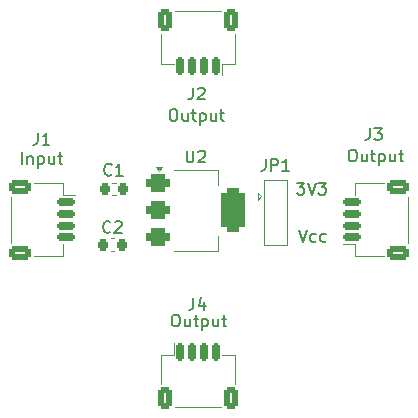
<source format=gto>
G04 #@! TF.GenerationSoftware,KiCad,Pcbnew,9.0.3*
G04 #@! TF.CreationDate,2025-08-26T18:54:33-07:00*
G04 #@! TF.ProjectId,i2c_breakout,6932635f-6272-4656-916b-6f75742e6b69,v1.0.0*
G04 #@! TF.SameCoordinates,Original*
G04 #@! TF.FileFunction,Legend,Top*
G04 #@! TF.FilePolarity,Positive*
%FSLAX45Y45*%
G04 Gerber Fmt 4.5, Leading zero omitted, Abs format (unit mm)*
G04 Created by KiCad (PCBNEW 9.0.3) date 2025-08-26 18:54:33*
%MOMM*%
%LPD*%
G01*
G04 APERTURE LIST*
G04 Aperture macros list*
%AMRoundRect*
0 Rectangle with rounded corners*
0 $1 Rounding radius*
0 $2 $3 $4 $5 $6 $7 $8 $9 X,Y pos of 4 corners*
0 Add a 4 corners polygon primitive as box body*
4,1,4,$2,$3,$4,$5,$6,$7,$8,$9,$2,$3,0*
0 Add four circle primitives for the rounded corners*
1,1,$1+$1,$2,$3*
1,1,$1+$1,$4,$5*
1,1,$1+$1,$6,$7*
1,1,$1+$1,$8,$9*
0 Add four rect primitives between the rounded corners*
20,1,$1+$1,$2,$3,$4,$5,0*
20,1,$1+$1,$4,$5,$6,$7,0*
20,1,$1+$1,$6,$7,$8,$9,0*
20,1,$1+$1,$8,$9,$2,$3,0*%
%AMFreePoly0*
4,1,6,1.000000,0.000000,0.500000,-0.750000,-0.500000,-0.750000,-0.500000,0.750000,0.500000,0.750000,1.000000,0.000000,1.000000,0.000000,$1*%
G04 Aperture macros list end*
%ADD10C,0.150000*%
%ADD11C,0.120000*%
%ADD12C,5.700000*%
%ADD13RoundRect,0.150000X0.150000X0.625000X-0.150000X0.625000X-0.150000X-0.625000X0.150000X-0.625000X0*%
%ADD14RoundRect,0.250000X0.350000X0.650000X-0.350000X0.650000X-0.350000X-0.650000X0.350000X-0.650000X0*%
%ADD15RoundRect,0.375000X-0.625000X-0.375000X0.625000X-0.375000X0.625000X0.375000X-0.625000X0.375000X0*%
%ADD16RoundRect,0.500000X-0.500000X-1.400000X0.500000X-1.400000X0.500000X1.400000X-0.500000X1.400000X0*%
%ADD17RoundRect,0.225000X-0.225000X-0.250000X0.225000X-0.250000X0.225000X0.250000X-0.225000X0.250000X0*%
%ADD18RoundRect,0.150000X-0.625000X0.150000X-0.625000X-0.150000X0.625000X-0.150000X0.625000X0.150000X0*%
%ADD19RoundRect,0.250000X-0.650000X0.350000X-0.650000X-0.350000X0.650000X-0.350000X0.650000X0.350000X0*%
%ADD20RoundRect,0.150000X0.625000X-0.150000X0.625000X0.150000X-0.625000X0.150000X-0.625000X-0.150000X0*%
%ADD21RoundRect,0.250000X0.650000X-0.350000X0.650000X0.350000X-0.650000X0.350000X-0.650000X-0.350000X0*%
%ADD22RoundRect,0.150000X-0.150000X-0.625000X0.150000X-0.625000X0.150000X0.625000X-0.150000X0.625000X0*%
%ADD23RoundRect,0.250000X-0.350000X-0.650000X0.350000X-0.650000X0.350000X0.650000X-0.350000X0.650000X0*%
%ADD24RoundRect,0.225000X0.225000X0.250000X-0.225000X0.250000X-0.225000X-0.250000X0.225000X-0.250000X0*%
%ADD25FreePoly0,270.000000*%
%ADD26FreePoly0,90.000000*%
G04 APERTURE END LIST*
D10*
X12458678Y-6160732D02*
X12458678Y-6060732D01*
X12506297Y-6094065D02*
X12506297Y-6160732D01*
X12506297Y-6103589D02*
X12511059Y-6098827D01*
X12511059Y-6098827D02*
X12520583Y-6094065D01*
X12520583Y-6094065D02*
X12534868Y-6094065D01*
X12534868Y-6094065D02*
X12544392Y-6098827D01*
X12544392Y-6098827D02*
X12549154Y-6108351D01*
X12549154Y-6108351D02*
X12549154Y-6160732D01*
X12596773Y-6094065D02*
X12596773Y-6194065D01*
X12596773Y-6098827D02*
X12606297Y-6094065D01*
X12606297Y-6094065D02*
X12625344Y-6094065D01*
X12625344Y-6094065D02*
X12634868Y-6098827D01*
X12634868Y-6098827D02*
X12639630Y-6103589D01*
X12639630Y-6103589D02*
X12644392Y-6113113D01*
X12644392Y-6113113D02*
X12644392Y-6141684D01*
X12644392Y-6141684D02*
X12639630Y-6151208D01*
X12639630Y-6151208D02*
X12634868Y-6155970D01*
X12634868Y-6155970D02*
X12625344Y-6160732D01*
X12625344Y-6160732D02*
X12606297Y-6160732D01*
X12606297Y-6160732D02*
X12596773Y-6155970D01*
X12730106Y-6094065D02*
X12730106Y-6160732D01*
X12687249Y-6094065D02*
X12687249Y-6146446D01*
X12687249Y-6146446D02*
X12692011Y-6155970D01*
X12692011Y-6155970D02*
X12701535Y-6160732D01*
X12701535Y-6160732D02*
X12715821Y-6160732D01*
X12715821Y-6160732D02*
X12725344Y-6155970D01*
X12725344Y-6155970D02*
X12730106Y-6151208D01*
X12763440Y-6094065D02*
X12801535Y-6094065D01*
X12777725Y-6060732D02*
X12777725Y-6146446D01*
X12777725Y-6146446D02*
X12782487Y-6155970D01*
X12782487Y-6155970D02*
X12792011Y-6160732D01*
X12792011Y-6160732D02*
X12801535Y-6160732D01*
X14789154Y-6320732D02*
X14851059Y-6320732D01*
X14851059Y-6320732D02*
X14817725Y-6358827D01*
X14817725Y-6358827D02*
X14832011Y-6358827D01*
X14832011Y-6358827D02*
X14841535Y-6363589D01*
X14841535Y-6363589D02*
X14846297Y-6368351D01*
X14846297Y-6368351D02*
X14851059Y-6377875D01*
X14851059Y-6377875D02*
X14851059Y-6401684D01*
X14851059Y-6401684D02*
X14846297Y-6411208D01*
X14846297Y-6411208D02*
X14841535Y-6415970D01*
X14841535Y-6415970D02*
X14832011Y-6420732D01*
X14832011Y-6420732D02*
X14803440Y-6420732D01*
X14803440Y-6420732D02*
X14793916Y-6415970D01*
X14793916Y-6415970D02*
X14789154Y-6411208D01*
X14879630Y-6320732D02*
X14912964Y-6420732D01*
X14912964Y-6420732D02*
X14946297Y-6320732D01*
X14970106Y-6320732D02*
X15032011Y-6320732D01*
X15032011Y-6320732D02*
X14998678Y-6358827D01*
X14998678Y-6358827D02*
X15012964Y-6358827D01*
X15012964Y-6358827D02*
X15022487Y-6363589D01*
X15022487Y-6363589D02*
X15027249Y-6368351D01*
X15027249Y-6368351D02*
X15032011Y-6377875D01*
X15032011Y-6377875D02*
X15032011Y-6401684D01*
X15032011Y-6401684D02*
X15027249Y-6411208D01*
X15027249Y-6411208D02*
X15022487Y-6415970D01*
X15022487Y-6415970D02*
X15012964Y-6420732D01*
X15012964Y-6420732D02*
X14984392Y-6420732D01*
X14984392Y-6420732D02*
X14974868Y-6415970D01*
X14974868Y-6415970D02*
X14970106Y-6411208D01*
X13752725Y-7436982D02*
X13771773Y-7436982D01*
X13771773Y-7436982D02*
X13781297Y-7441744D01*
X13781297Y-7441744D02*
X13790821Y-7451268D01*
X13790821Y-7451268D02*
X13795583Y-7470315D01*
X13795583Y-7470315D02*
X13795583Y-7503648D01*
X13795583Y-7503648D02*
X13790821Y-7522696D01*
X13790821Y-7522696D02*
X13781297Y-7532220D01*
X13781297Y-7532220D02*
X13771773Y-7536982D01*
X13771773Y-7536982D02*
X13752725Y-7536982D01*
X13752725Y-7536982D02*
X13743202Y-7532220D01*
X13743202Y-7532220D02*
X13733678Y-7522696D01*
X13733678Y-7522696D02*
X13728916Y-7503648D01*
X13728916Y-7503648D02*
X13728916Y-7470315D01*
X13728916Y-7470315D02*
X13733678Y-7451268D01*
X13733678Y-7451268D02*
X13743202Y-7441744D01*
X13743202Y-7441744D02*
X13752725Y-7436982D01*
X13881297Y-7470315D02*
X13881297Y-7536982D01*
X13838440Y-7470315D02*
X13838440Y-7522696D01*
X13838440Y-7522696D02*
X13843202Y-7532220D01*
X13843202Y-7532220D02*
X13852725Y-7536982D01*
X13852725Y-7536982D02*
X13867011Y-7536982D01*
X13867011Y-7536982D02*
X13876535Y-7532220D01*
X13876535Y-7532220D02*
X13881297Y-7527458D01*
X13914630Y-7470315D02*
X13952725Y-7470315D01*
X13928916Y-7436982D02*
X13928916Y-7522696D01*
X13928916Y-7522696D02*
X13933678Y-7532220D01*
X13933678Y-7532220D02*
X13943202Y-7536982D01*
X13943202Y-7536982D02*
X13952725Y-7536982D01*
X13986059Y-7470315D02*
X13986059Y-7570315D01*
X13986059Y-7475077D02*
X13995583Y-7470315D01*
X13995583Y-7470315D02*
X14014630Y-7470315D01*
X14014630Y-7470315D02*
X14024154Y-7475077D01*
X14024154Y-7475077D02*
X14028916Y-7479839D01*
X14028916Y-7479839D02*
X14033678Y-7489363D01*
X14033678Y-7489363D02*
X14033678Y-7517934D01*
X14033678Y-7517934D02*
X14028916Y-7527458D01*
X14028916Y-7527458D02*
X14024154Y-7532220D01*
X14024154Y-7532220D02*
X14014630Y-7536982D01*
X14014630Y-7536982D02*
X13995583Y-7536982D01*
X13995583Y-7536982D02*
X13986059Y-7532220D01*
X14119392Y-7470315D02*
X14119392Y-7536982D01*
X14076535Y-7470315D02*
X14076535Y-7522696D01*
X14076535Y-7522696D02*
X14081297Y-7532220D01*
X14081297Y-7532220D02*
X14090821Y-7536982D01*
X14090821Y-7536982D02*
X14105106Y-7536982D01*
X14105106Y-7536982D02*
X14114630Y-7532220D01*
X14114630Y-7532220D02*
X14119392Y-7527458D01*
X14152726Y-7470315D02*
X14190821Y-7470315D01*
X14167011Y-7436982D02*
X14167011Y-7522696D01*
X14167011Y-7522696D02*
X14171773Y-7532220D01*
X14171773Y-7532220D02*
X14181297Y-7536982D01*
X14181297Y-7536982D02*
X14190821Y-7536982D01*
X15250225Y-6040732D02*
X15269273Y-6040732D01*
X15269273Y-6040732D02*
X15278797Y-6045494D01*
X15278797Y-6045494D02*
X15288321Y-6055018D01*
X15288321Y-6055018D02*
X15293083Y-6074065D01*
X15293083Y-6074065D02*
X15293083Y-6107398D01*
X15293083Y-6107398D02*
X15288321Y-6126446D01*
X15288321Y-6126446D02*
X15278797Y-6135970D01*
X15278797Y-6135970D02*
X15269273Y-6140732D01*
X15269273Y-6140732D02*
X15250225Y-6140732D01*
X15250225Y-6140732D02*
X15240702Y-6135970D01*
X15240702Y-6135970D02*
X15231178Y-6126446D01*
X15231178Y-6126446D02*
X15226416Y-6107398D01*
X15226416Y-6107398D02*
X15226416Y-6074065D01*
X15226416Y-6074065D02*
X15231178Y-6055018D01*
X15231178Y-6055018D02*
X15240702Y-6045494D01*
X15240702Y-6045494D02*
X15250225Y-6040732D01*
X15378797Y-6074065D02*
X15378797Y-6140732D01*
X15335940Y-6074065D02*
X15335940Y-6126446D01*
X15335940Y-6126446D02*
X15340702Y-6135970D01*
X15340702Y-6135970D02*
X15350225Y-6140732D01*
X15350225Y-6140732D02*
X15364511Y-6140732D01*
X15364511Y-6140732D02*
X15374035Y-6135970D01*
X15374035Y-6135970D02*
X15378797Y-6131208D01*
X15412130Y-6074065D02*
X15450225Y-6074065D01*
X15426416Y-6040732D02*
X15426416Y-6126446D01*
X15426416Y-6126446D02*
X15431178Y-6135970D01*
X15431178Y-6135970D02*
X15440702Y-6140732D01*
X15440702Y-6140732D02*
X15450225Y-6140732D01*
X15483559Y-6074065D02*
X15483559Y-6174065D01*
X15483559Y-6078827D02*
X15493083Y-6074065D01*
X15493083Y-6074065D02*
X15512130Y-6074065D01*
X15512130Y-6074065D02*
X15521654Y-6078827D01*
X15521654Y-6078827D02*
X15526416Y-6083589D01*
X15526416Y-6083589D02*
X15531178Y-6093113D01*
X15531178Y-6093113D02*
X15531178Y-6121684D01*
X15531178Y-6121684D02*
X15526416Y-6131208D01*
X15526416Y-6131208D02*
X15521654Y-6135970D01*
X15521654Y-6135970D02*
X15512130Y-6140732D01*
X15512130Y-6140732D02*
X15493083Y-6140732D01*
X15493083Y-6140732D02*
X15483559Y-6135970D01*
X15616892Y-6074065D02*
X15616892Y-6140732D01*
X15574035Y-6074065D02*
X15574035Y-6126446D01*
X15574035Y-6126446D02*
X15578797Y-6135970D01*
X15578797Y-6135970D02*
X15588321Y-6140732D01*
X15588321Y-6140732D02*
X15602606Y-6140732D01*
X15602606Y-6140732D02*
X15612130Y-6135970D01*
X15612130Y-6135970D02*
X15616892Y-6131208D01*
X15650226Y-6074065D02*
X15688321Y-6074065D01*
X15664511Y-6040732D02*
X15664511Y-6126446D01*
X15664511Y-6126446D02*
X15669273Y-6135970D01*
X15669273Y-6135970D02*
X15678797Y-6140732D01*
X15678797Y-6140732D02*
X15688321Y-6140732D01*
X14804392Y-6720732D02*
X14837725Y-6820732D01*
X14837725Y-6820732D02*
X14871059Y-6720732D01*
X14947249Y-6815970D02*
X14937725Y-6820732D01*
X14937725Y-6820732D02*
X14918678Y-6820732D01*
X14918678Y-6820732D02*
X14909154Y-6815970D01*
X14909154Y-6815970D02*
X14904392Y-6811208D01*
X14904392Y-6811208D02*
X14899630Y-6801684D01*
X14899630Y-6801684D02*
X14899630Y-6773113D01*
X14899630Y-6773113D02*
X14904392Y-6763589D01*
X14904392Y-6763589D02*
X14909154Y-6758827D01*
X14909154Y-6758827D02*
X14918678Y-6754065D01*
X14918678Y-6754065D02*
X14937725Y-6754065D01*
X14937725Y-6754065D02*
X14947249Y-6758827D01*
X15032964Y-6815970D02*
X15023440Y-6820732D01*
X15023440Y-6820732D02*
X15004392Y-6820732D01*
X15004392Y-6820732D02*
X14994868Y-6815970D01*
X14994868Y-6815970D02*
X14990106Y-6811208D01*
X14990106Y-6811208D02*
X14985345Y-6801684D01*
X14985345Y-6801684D02*
X14985345Y-6773113D01*
X14985345Y-6773113D02*
X14990106Y-6763589D01*
X14990106Y-6763589D02*
X14994868Y-6758827D01*
X14994868Y-6758827D02*
X15004392Y-6754065D01*
X15004392Y-6754065D02*
X15023440Y-6754065D01*
X15023440Y-6754065D02*
X15032964Y-6758827D01*
X13732725Y-5696982D02*
X13751773Y-5696982D01*
X13751773Y-5696982D02*
X13761297Y-5701744D01*
X13761297Y-5701744D02*
X13770821Y-5711268D01*
X13770821Y-5711268D02*
X13775583Y-5730315D01*
X13775583Y-5730315D02*
X13775583Y-5763648D01*
X13775583Y-5763648D02*
X13770821Y-5782696D01*
X13770821Y-5782696D02*
X13761297Y-5792220D01*
X13761297Y-5792220D02*
X13751773Y-5796982D01*
X13751773Y-5796982D02*
X13732725Y-5796982D01*
X13732725Y-5796982D02*
X13723202Y-5792220D01*
X13723202Y-5792220D02*
X13713678Y-5782696D01*
X13713678Y-5782696D02*
X13708916Y-5763648D01*
X13708916Y-5763648D02*
X13708916Y-5730315D01*
X13708916Y-5730315D02*
X13713678Y-5711268D01*
X13713678Y-5711268D02*
X13723202Y-5701744D01*
X13723202Y-5701744D02*
X13732725Y-5696982D01*
X13861297Y-5730315D02*
X13861297Y-5796982D01*
X13818440Y-5730315D02*
X13818440Y-5782696D01*
X13818440Y-5782696D02*
X13823202Y-5792220D01*
X13823202Y-5792220D02*
X13832725Y-5796982D01*
X13832725Y-5796982D02*
X13847011Y-5796982D01*
X13847011Y-5796982D02*
X13856535Y-5792220D01*
X13856535Y-5792220D02*
X13861297Y-5787458D01*
X13894630Y-5730315D02*
X13932725Y-5730315D01*
X13908916Y-5696982D02*
X13908916Y-5782696D01*
X13908916Y-5782696D02*
X13913678Y-5792220D01*
X13913678Y-5792220D02*
X13923202Y-5796982D01*
X13923202Y-5796982D02*
X13932725Y-5796982D01*
X13966059Y-5730315D02*
X13966059Y-5830315D01*
X13966059Y-5735077D02*
X13975583Y-5730315D01*
X13975583Y-5730315D02*
X13994630Y-5730315D01*
X13994630Y-5730315D02*
X14004154Y-5735077D01*
X14004154Y-5735077D02*
X14008916Y-5739839D01*
X14008916Y-5739839D02*
X14013678Y-5749363D01*
X14013678Y-5749363D02*
X14013678Y-5777934D01*
X14013678Y-5777934D02*
X14008916Y-5787458D01*
X14008916Y-5787458D02*
X14004154Y-5792220D01*
X14004154Y-5792220D02*
X13994630Y-5796982D01*
X13994630Y-5796982D02*
X13975583Y-5796982D01*
X13975583Y-5796982D02*
X13966059Y-5792220D01*
X14099392Y-5730315D02*
X14099392Y-5796982D01*
X14056535Y-5730315D02*
X14056535Y-5782696D01*
X14056535Y-5782696D02*
X14061297Y-5792220D01*
X14061297Y-5792220D02*
X14070821Y-5796982D01*
X14070821Y-5796982D02*
X14085106Y-5796982D01*
X14085106Y-5796982D02*
X14094630Y-5792220D01*
X14094630Y-5792220D02*
X14099392Y-5787458D01*
X14132726Y-5730315D02*
X14170821Y-5730315D01*
X14147011Y-5696982D02*
X14147011Y-5782696D01*
X14147011Y-5782696D02*
X14151773Y-5792220D01*
X14151773Y-5792220D02*
X14161297Y-5796982D01*
X14161297Y-5796982D02*
X14170821Y-5796982D01*
X13906667Y-5515482D02*
X13906667Y-5586910D01*
X13906667Y-5586910D02*
X13901905Y-5601196D01*
X13901905Y-5601196D02*
X13892381Y-5610720D01*
X13892381Y-5610720D02*
X13878095Y-5615482D01*
X13878095Y-5615482D02*
X13868571Y-5615482D01*
X13949524Y-5525006D02*
X13954286Y-5520244D01*
X13954286Y-5520244D02*
X13963809Y-5515482D01*
X13963809Y-5515482D02*
X13987619Y-5515482D01*
X13987619Y-5515482D02*
X13997143Y-5520244D01*
X13997143Y-5520244D02*
X14001905Y-5525006D01*
X14001905Y-5525006D02*
X14006667Y-5534530D01*
X14006667Y-5534530D02*
X14006667Y-5544053D01*
X14006667Y-5544053D02*
X14001905Y-5558339D01*
X14001905Y-5558339D02*
X13944762Y-5615482D01*
X13944762Y-5615482D02*
X14006667Y-5615482D01*
X13853809Y-6049232D02*
X13853809Y-6130184D01*
X13853809Y-6130184D02*
X13858571Y-6139708D01*
X13858571Y-6139708D02*
X13863333Y-6144470D01*
X13863333Y-6144470D02*
X13872857Y-6149232D01*
X13872857Y-6149232D02*
X13891905Y-6149232D01*
X13891905Y-6149232D02*
X13901428Y-6144470D01*
X13901428Y-6144470D02*
X13906190Y-6139708D01*
X13906190Y-6139708D02*
X13910952Y-6130184D01*
X13910952Y-6130184D02*
X13910952Y-6049232D01*
X13953809Y-6058756D02*
X13958571Y-6053994D01*
X13958571Y-6053994D02*
X13968095Y-6049232D01*
X13968095Y-6049232D02*
X13991905Y-6049232D01*
X13991905Y-6049232D02*
X14001428Y-6053994D01*
X14001428Y-6053994D02*
X14006190Y-6058756D01*
X14006190Y-6058756D02*
X14010952Y-6068279D01*
X14010952Y-6068279D02*
X14010952Y-6077803D01*
X14010952Y-6077803D02*
X14006190Y-6092089D01*
X14006190Y-6092089D02*
X13949048Y-6149232D01*
X13949048Y-6149232D02*
X14010952Y-6149232D01*
X13208333Y-6736708D02*
X13203571Y-6741470D01*
X13203571Y-6741470D02*
X13189286Y-6746232D01*
X13189286Y-6746232D02*
X13179762Y-6746232D01*
X13179762Y-6746232D02*
X13165476Y-6741470D01*
X13165476Y-6741470D02*
X13155952Y-6731946D01*
X13155952Y-6731946D02*
X13151190Y-6722422D01*
X13151190Y-6722422D02*
X13146429Y-6703375D01*
X13146429Y-6703375D02*
X13146429Y-6689089D01*
X13146429Y-6689089D02*
X13151190Y-6670041D01*
X13151190Y-6670041D02*
X13155952Y-6660518D01*
X13155952Y-6660518D02*
X13165476Y-6650994D01*
X13165476Y-6650994D02*
X13179762Y-6646232D01*
X13179762Y-6646232D02*
X13189286Y-6646232D01*
X13189286Y-6646232D02*
X13203571Y-6650994D01*
X13203571Y-6650994D02*
X13208333Y-6655756D01*
X13246429Y-6655756D02*
X13251190Y-6650994D01*
X13251190Y-6650994D02*
X13260714Y-6646232D01*
X13260714Y-6646232D02*
X13284524Y-6646232D01*
X13284524Y-6646232D02*
X13294048Y-6650994D01*
X13294048Y-6650994D02*
X13298809Y-6655756D01*
X13298809Y-6655756D02*
X13303571Y-6665279D01*
X13303571Y-6665279D02*
X13303571Y-6674803D01*
X13303571Y-6674803D02*
X13298809Y-6689089D01*
X13298809Y-6689089D02*
X13241667Y-6746232D01*
X13241667Y-6746232D02*
X13303571Y-6746232D01*
X12591667Y-5899232D02*
X12591667Y-5970660D01*
X12591667Y-5970660D02*
X12586905Y-5984946D01*
X12586905Y-5984946D02*
X12577381Y-5994470D01*
X12577381Y-5994470D02*
X12563095Y-5999232D01*
X12563095Y-5999232D02*
X12553571Y-5999232D01*
X12691667Y-5999232D02*
X12634524Y-5999232D01*
X12663095Y-5999232D02*
X12663095Y-5899232D01*
X12663095Y-5899232D02*
X12653571Y-5913518D01*
X12653571Y-5913518D02*
X12644048Y-5923041D01*
X12644048Y-5923041D02*
X12634524Y-5927803D01*
X15404167Y-5859232D02*
X15404167Y-5930660D01*
X15404167Y-5930660D02*
X15399405Y-5944946D01*
X15399405Y-5944946D02*
X15389881Y-5954470D01*
X15389881Y-5954470D02*
X15375595Y-5959232D01*
X15375595Y-5959232D02*
X15366071Y-5959232D01*
X15442262Y-5859232D02*
X15504167Y-5859232D01*
X15504167Y-5859232D02*
X15470833Y-5897327D01*
X15470833Y-5897327D02*
X15485119Y-5897327D01*
X15485119Y-5897327D02*
X15494643Y-5902089D01*
X15494643Y-5902089D02*
X15499405Y-5906851D01*
X15499405Y-5906851D02*
X15504167Y-5916375D01*
X15504167Y-5916375D02*
X15504167Y-5940184D01*
X15504167Y-5940184D02*
X15499405Y-5949708D01*
X15499405Y-5949708D02*
X15494643Y-5954470D01*
X15494643Y-5954470D02*
X15485119Y-5959232D01*
X15485119Y-5959232D02*
X15456548Y-5959232D01*
X15456548Y-5959232D02*
X15447024Y-5954470D01*
X15447024Y-5954470D02*
X15442262Y-5949708D01*
X13911667Y-7295482D02*
X13911667Y-7366910D01*
X13911667Y-7366910D02*
X13906905Y-7381196D01*
X13906905Y-7381196D02*
X13897381Y-7390720D01*
X13897381Y-7390720D02*
X13883095Y-7395482D01*
X13883095Y-7395482D02*
X13873571Y-7395482D01*
X14002143Y-7328815D02*
X14002143Y-7395482D01*
X13978333Y-7290720D02*
X13954524Y-7362148D01*
X13954524Y-7362148D02*
X14016428Y-7362148D01*
X13218333Y-6250708D02*
X13213571Y-6255470D01*
X13213571Y-6255470D02*
X13199286Y-6260232D01*
X13199286Y-6260232D02*
X13189762Y-6260232D01*
X13189762Y-6260232D02*
X13175476Y-6255470D01*
X13175476Y-6255470D02*
X13165952Y-6245946D01*
X13165952Y-6245946D02*
X13161190Y-6236422D01*
X13161190Y-6236422D02*
X13156429Y-6217375D01*
X13156429Y-6217375D02*
X13156429Y-6203089D01*
X13156429Y-6203089D02*
X13161190Y-6184041D01*
X13161190Y-6184041D02*
X13165952Y-6174518D01*
X13165952Y-6174518D02*
X13175476Y-6164994D01*
X13175476Y-6164994D02*
X13189762Y-6160232D01*
X13189762Y-6160232D02*
X13199286Y-6160232D01*
X13199286Y-6160232D02*
X13213571Y-6164994D01*
X13213571Y-6164994D02*
X13218333Y-6169756D01*
X13313571Y-6260232D02*
X13256429Y-6260232D01*
X13285000Y-6260232D02*
X13285000Y-6160232D01*
X13285000Y-6160232D02*
X13275476Y-6174518D01*
X13275476Y-6174518D02*
X13265952Y-6184041D01*
X13265952Y-6184041D02*
X13256429Y-6188803D01*
X14521667Y-6119232D02*
X14521667Y-6190660D01*
X14521667Y-6190660D02*
X14516905Y-6204946D01*
X14516905Y-6204946D02*
X14507381Y-6214470D01*
X14507381Y-6214470D02*
X14493095Y-6219232D01*
X14493095Y-6219232D02*
X14483571Y-6219232D01*
X14569286Y-6219232D02*
X14569286Y-6119232D01*
X14569286Y-6119232D02*
X14607381Y-6119232D01*
X14607381Y-6119232D02*
X14616905Y-6123994D01*
X14616905Y-6123994D02*
X14621667Y-6128756D01*
X14621667Y-6128756D02*
X14626428Y-6138279D01*
X14626428Y-6138279D02*
X14626428Y-6152565D01*
X14626428Y-6152565D02*
X14621667Y-6162089D01*
X14621667Y-6162089D02*
X14616905Y-6166851D01*
X14616905Y-6166851D02*
X14607381Y-6171613D01*
X14607381Y-6171613D02*
X14569286Y-6171613D01*
X14721667Y-6219232D02*
X14664524Y-6219232D01*
X14693095Y-6219232D02*
X14693095Y-6119232D01*
X14693095Y-6119232D02*
X14683571Y-6133518D01*
X14683571Y-6133518D02*
X14674048Y-6143041D01*
X14674048Y-6143041D02*
X14664524Y-6147803D01*
D11*
X13639000Y-5062250D02*
X13639000Y-5312250D01*
X13639000Y-5312250D02*
X13744000Y-5312250D01*
X14144000Y-4865250D02*
X13756000Y-4865250D01*
X14156000Y-5312250D02*
X14156000Y-5411250D01*
X14261000Y-5062250D02*
X14261000Y-5312250D01*
X14261000Y-5312250D02*
X14156000Y-5312250D01*
X13745000Y-6212750D02*
X14121000Y-6212750D01*
X13745000Y-6894750D02*
X14121000Y-6894750D01*
X14121000Y-6212750D02*
X14121000Y-6338750D01*
X14121000Y-6894750D02*
X14121000Y-6768750D01*
X13617000Y-6222750D02*
X13593000Y-6189750D01*
X13641000Y-6189750D01*
X13617000Y-6222750D01*
G36*
X13617000Y-6222750D02*
G01*
X13593000Y-6189750D01*
X13641000Y-6189750D01*
X13617000Y-6222750D01*
G37*
X13210942Y-6792750D02*
X13239058Y-6792750D01*
X13210942Y-6894750D02*
X13239058Y-6894750D01*
X12364000Y-6439750D02*
X12364000Y-6827750D01*
X12561000Y-6322750D02*
X12811000Y-6322750D01*
X12561000Y-6944750D02*
X12811000Y-6944750D01*
X12811000Y-6322750D02*
X12811000Y-6427750D01*
X12811000Y-6427750D02*
X12910000Y-6427750D01*
X12811000Y-6944750D02*
X12811000Y-6839750D01*
X15279000Y-6322750D02*
X15279000Y-6427750D01*
X15279000Y-6839750D02*
X15180000Y-6839750D01*
X15279000Y-6944750D02*
X15279000Y-6839750D01*
X15529000Y-6322750D02*
X15279000Y-6322750D01*
X15529000Y-6944750D02*
X15279000Y-6944750D01*
X15726000Y-6827750D02*
X15726000Y-6439750D01*
X13639000Y-7775250D02*
X13744000Y-7775250D01*
X13639000Y-8025250D02*
X13639000Y-7775250D01*
X13744000Y-7775250D02*
X13744000Y-7676250D01*
X13756000Y-8222250D02*
X14144000Y-8222250D01*
X14261000Y-7775250D02*
X14156000Y-7775250D01*
X14261000Y-8025250D02*
X14261000Y-7775250D01*
X13251558Y-6322750D02*
X13223442Y-6322750D01*
X13251558Y-6424750D02*
X13223442Y-6424750D01*
X14455000Y-6403750D02*
X14455000Y-6463750D01*
X14455000Y-6463750D02*
X14485000Y-6433750D01*
X14485000Y-6433750D02*
X14455000Y-6403750D01*
X14510000Y-6298750D02*
X14705000Y-6298750D01*
X14510000Y-6848750D02*
X14510000Y-6298750D01*
X14705000Y-6298750D02*
X14705000Y-6848750D01*
X14705000Y-6848750D02*
X14510000Y-6848750D01*
%LPC*%
G36*
X14680000Y-6323750D02*
G01*
X14530000Y-6323750D01*
X14530000Y-6823750D01*
X14680000Y-6823750D01*
X14680000Y-6323750D01*
G37*
D12*
X15350000Y-7850000D03*
D13*
X14100000Y-5333750D03*
X14000000Y-5333750D03*
X13900000Y-5333750D03*
X13800000Y-5333750D03*
D14*
X14230000Y-4946250D03*
X13670000Y-4946250D03*
D12*
X12750000Y-7850000D03*
D15*
X13615000Y-6323750D03*
X13615000Y-6553750D03*
D16*
X14245000Y-6553750D03*
D15*
X13615000Y-6783750D03*
D17*
X13147500Y-6843750D03*
X13302500Y-6843750D03*
D18*
X12832500Y-6483750D03*
X12832500Y-6583750D03*
X12832500Y-6683750D03*
X12832500Y-6783750D03*
D19*
X12445000Y-6353750D03*
X12445000Y-6913750D03*
D12*
X15350000Y-5250000D03*
D20*
X15257500Y-6783750D03*
X15257500Y-6683750D03*
X15257500Y-6583750D03*
X15257500Y-6483750D03*
D21*
X15645000Y-6913750D03*
X15645000Y-6353750D03*
D22*
X13800000Y-7753750D03*
X13900000Y-7753750D03*
X14000000Y-7753750D03*
X14100000Y-7753750D03*
D23*
X13670000Y-8141250D03*
X14230000Y-8141250D03*
D24*
X13315000Y-6373750D03*
X13160000Y-6373750D03*
D25*
X14605000Y-6373750D03*
D26*
X14605000Y-6773750D03*
D12*
X12750000Y-5250000D03*
%LPD*%
M02*

</source>
